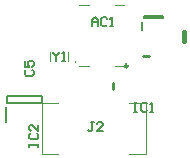
<source format=gto>
G04*
G04 #@! TF.GenerationSoftware,Altium Limited,Altium Designer,20.0.13 (296)*
G04*
G04 Layer_Color=65535*
%FSLAX25Y25*%
%MOIN*%
G70*
G01*
G75*
%ADD10C,0.00984*%
%ADD11C,0.00394*%
%ADD12C,0.00787*%
%ADD13C,0.01575*%
%ADD14C,0.01000*%
%ADD15C,0.00600*%
D10*
X42402Y37216D02*
G03*
X42402Y37216I-492J0D01*
G01*
D11*
X25028Y38839D02*
G03*
X25028Y38445I0J-197D01*
G01*
D02*
G03*
X25028Y38839I0J197D01*
G01*
X22453Y38925D02*
Y42075D01*
X16547Y38925D02*
Y42075D01*
X13677Y8035D02*
X19189D01*
X13677D02*
Y24965D01*
X19189D01*
X42811Y8035D02*
X48323D01*
Y24965D01*
X42811D02*
X48323D01*
X38020Y37264D02*
X41169D01*
X38020Y57736D02*
X41169D01*
X26209D02*
X29358D01*
X26209Y37264D02*
X29358D01*
D12*
X47850Y53185D02*
Y53815D01*
X54150D01*
Y53185D02*
Y53815D01*
X47850Y53185D02*
X54150D01*
X47102Y51807D02*
X47102Y49268D01*
X1701Y18717D02*
Y23441D01*
X2244Y24819D02*
X13756D01*
Y27181D01*
X2244D02*
X13756D01*
X2244Y24819D02*
Y27181D01*
D13*
X60996Y45425D02*
Y48575D01*
D14*
X37501Y29500D02*
Y31500D01*
X47500Y40499D02*
X49500D01*
D15*
X9500Y10251D02*
Y11251D01*
Y10751D01*
X12500D01*
Y10251D01*
Y11251D01*
X10000Y14750D02*
X9500Y14250D01*
Y13250D01*
X10000Y12750D01*
X12000D01*
X12500Y13250D01*
Y14250D01*
X12000Y14750D01*
X12500Y17749D02*
Y15749D01*
X10500Y17749D01*
X10000D01*
X9500Y17249D01*
Y16249D01*
X10000Y15749D01*
X17501Y42000D02*
Y41500D01*
X18500Y40500D01*
X19500Y41500D01*
Y42000D01*
X18500Y40500D02*
Y39000D01*
X20500D02*
X21499D01*
X21000D01*
Y42000D01*
X20500Y41500D01*
X31000Y18499D02*
X30000D01*
X30500D01*
Y16000D01*
X30000Y15500D01*
X29501D01*
X29001Y16000D01*
X33999Y15500D02*
X32000D01*
X33999Y17500D01*
Y18000D01*
X33499Y18499D01*
X32500D01*
X32000Y18000D01*
X44334Y24999D02*
X45333D01*
X44834D01*
Y22001D01*
X44334D01*
X45333D01*
X48832Y24500D02*
X48332Y24999D01*
X47333D01*
X46833Y24500D01*
Y22500D01*
X47333Y22001D01*
X48332D01*
X48832Y22500D01*
X49832Y22001D02*
X50832D01*
X50332D01*
Y24999D01*
X49832Y24500D01*
X8500Y36000D02*
X8000Y35500D01*
Y34501D01*
X8500Y34001D01*
X10500D01*
X11000Y34501D01*
Y35500D01*
X10500Y36000D01*
X8000Y38999D02*
Y37000D01*
X9500D01*
X9000Y37999D01*
Y38499D01*
X9500Y38999D01*
X10500D01*
X11000Y38499D01*
Y37500D01*
X10500Y37000D01*
X30501Y50501D02*
Y52500D01*
X31501Y53500D01*
X32500Y52500D01*
Y50501D01*
Y52000D01*
X30501D01*
X35500Y53000D02*
X35000Y53500D01*
X34000D01*
X33500Y53000D01*
Y51000D01*
X34000Y50501D01*
X35000D01*
X35500Y51000D01*
X36499Y50501D02*
X37499D01*
X36999D01*
Y53500D01*
X36499Y53000D01*
M02*

</source>
